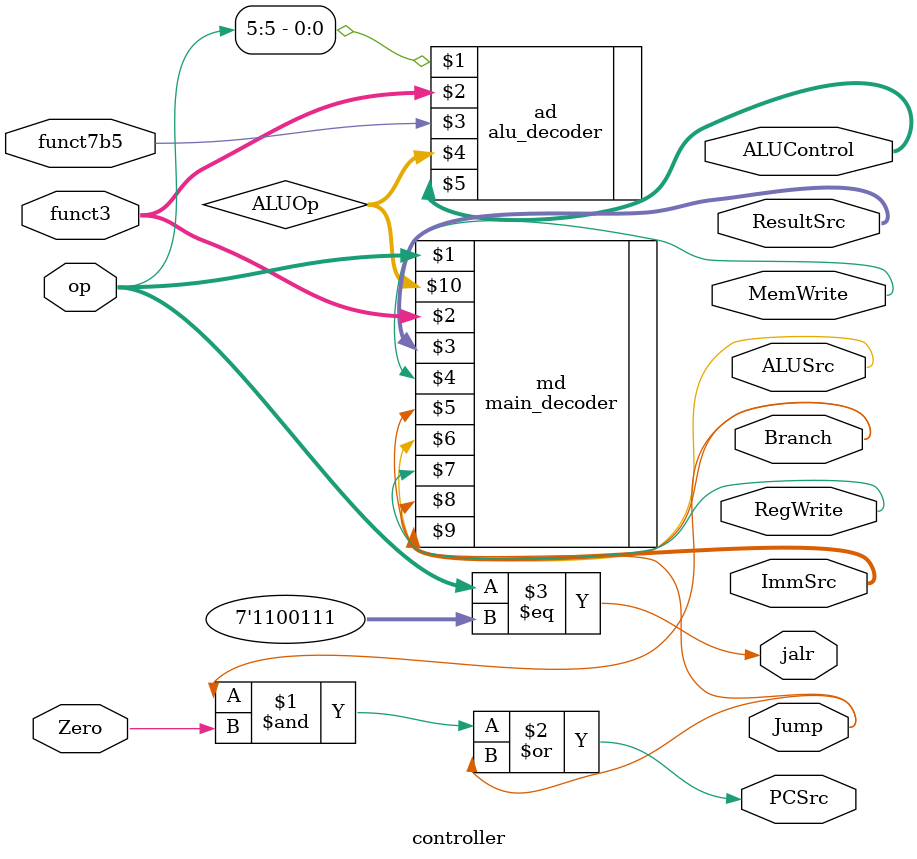
<source format=v>
`timescale 1 ns/1 ns

module controller (
    input [6:0]  op,
    input [2:0]  funct3,
    input        funct7b5,
    input        Zero,
    output       [1:0] ResultSrc,
    output PCSrc,
    output       MemWrite,
    output       ALUSrc,
    output       RegWrite, Jump,
    output [1:0] ImmSrc,
    output [3:0] ALUControl,
    output jalr,
    output Branch
    
);

wire [1:0] ALUOp;
//wire       Branch;

main_decoder    md (op, funct3,ResultSrc, MemWrite, Branch,
                    ALUSrc, RegWrite, Jump, ImmSrc, ALUOp);

alu_decoder     ad (op[5], funct3, funct7b5, ALUOp, ALUControl);

// for jump and branch
assign PCSrc = (Branch & Zero) | Jump;
assign jalr = (op == 7'b1100111);

endmodule
</source>
